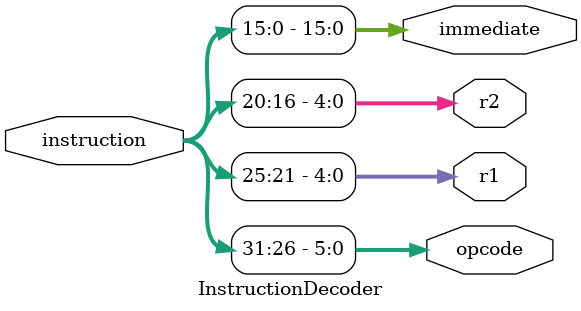
<source format=v>
module InstructionDecoder (
    input wire [31:0] instruction,  // Instrucao completa
    output wire [5:0] opcode,       // OPCODE
	 output wire [4:0] r1,           // Registrador base
	 output wire [4:0] r2,           // Registrador destino
    output wire [15:0] immediate    // Valor imediato 
);

    // Extracao dos campos da instrucao
    assign opcode = instruction[31:26];
    assign r1 = instruction[25:21];
    assign r2 = instruction[20:16];
    assign immediate = instruction[15:0];

endmodule

</source>
